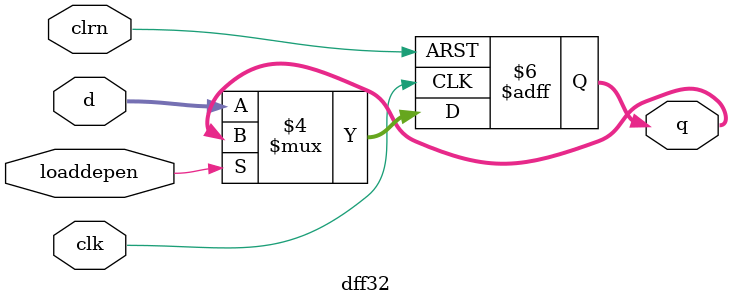
<source format=v>
`timescale 1ns / 1ps
module dff32(loaddepen,d,clk,clrn,q
    );//D trigger
	 input [31:0] d;
	 input clk,clrn;
	 input loaddepen;
	 output [31:0] q;
	 
    reg [31:0] q;
	 
    always @ (negedge clrn or posedge clk)
	 if(clrn==0)
	     begin
		      q<=0;
		  end
    else if(~loaddepen)	
        begin		      
		      q<=d;
		  end	
endmodule
</source>
